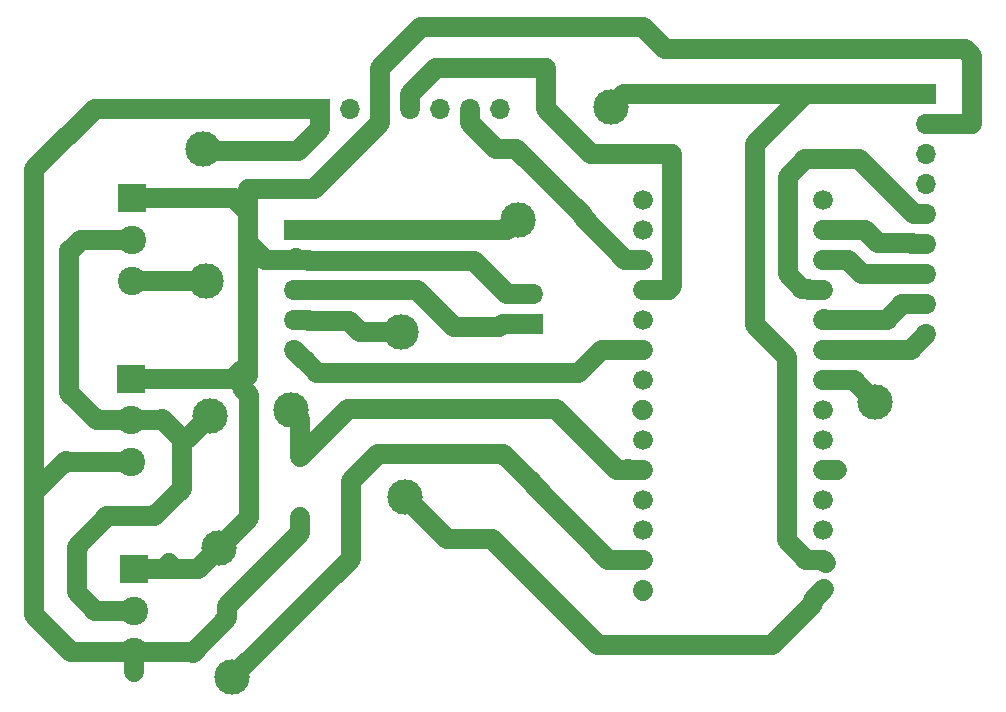
<source format=gbr>
G04 #@! TF.GenerationSoftware,KiCad,Pcbnew,5.0.2-bee76a0~70~ubuntu18.04.1*
G04 #@! TF.CreationDate,2019-11-02T18:35:41-04:00*
G04 #@! TF.ProjectId,ib4,6962342e-6b69-4636-9164-5f7063625858,rev?*
G04 #@! TF.SameCoordinates,Original*
G04 #@! TF.FileFunction,Copper,L4,Bot*
G04 #@! TF.FilePolarity,Positive*
%FSLAX46Y46*%
G04 Gerber Fmt 4.6, Leading zero omitted, Abs format (unit mm)*
G04 Created by KiCad (PCBNEW 5.0.2-bee76a0~70~ubuntu18.04.1) date Sat 02 Nov 2019 06:35:41 PM EDT*
%MOMM*%
%LPD*%
G01*
G04 APERTURE LIST*
G04 #@! TA.AperFunction,ComponentPad*
%ADD10C,1.676400*%
G04 #@! TD*
G04 #@! TA.AperFunction,ComponentPad*
%ADD11O,1.700000X1.700000*%
G04 #@! TD*
G04 #@! TA.AperFunction,ComponentPad*
%ADD12R,1.700000X1.700000*%
G04 #@! TD*
G04 #@! TA.AperFunction,ComponentPad*
%ADD13C,2.400000*%
G04 #@! TD*
G04 #@! TA.AperFunction,ComponentPad*
%ADD14R,2.400000X2.400000*%
G04 #@! TD*
G04 #@! TA.AperFunction,ComponentPad*
%ADD15C,1.600000*%
G04 #@! TD*
G04 #@! TA.AperFunction,ComponentPad*
%ADD16O,1.600000X1.600000*%
G04 #@! TD*
G04 #@! TA.AperFunction,ViaPad*
%ADD17C,3.000000*%
G04 #@! TD*
G04 #@! TA.AperFunction,Conductor*
%ADD18C,1.700000*%
G04 #@! TD*
G04 APERTURE END LIST*
D10*
G04 #@! TO.P,JP2,1*
G04 #@! TO.N,N/C*
X61764300Y17607900D03*
G04 #@! TO.P,JP2,2*
G04 #@! TO.N,GND*
X61764300Y20147900D03*
G04 #@! TO.P,JP2,3*
G04 #@! TO.N,N/C*
X61764300Y22687900D03*
G04 #@! TO.P,JP2,4*
X61764300Y25227900D03*
G04 #@! TO.P,JP2,5*
G04 #@! TO.N,D12*
X61764300Y27767900D03*
G04 #@! TO.P,JP2,6*
G04 #@! TO.N,N/C*
X61764300Y30307900D03*
G04 #@! TO.P,JP2,7*
X61764300Y32847900D03*
G04 #@! TO.P,JP2,8*
X61764300Y35387900D03*
G04 #@! TO.P,JP2,9*
X61764300Y37927900D03*
G04 #@! TO.P,JP2,10*
X61764300Y40467900D03*
G04 #@! TO.P,JP2,11*
G04 #@! TO.N,SCL*
X61764300Y43007900D03*
G04 #@! TO.P,JP2,12*
G04 #@! TO.N,SDA*
X61764300Y45547900D03*
G04 #@! TO.P,JP2,13*
G04 #@! TO.N,N/C*
X61764300Y48087900D03*
G04 #@! TO.P,JP2,14*
X61764300Y50627900D03*
G04 #@! TD*
G04 #@! TO.P,JP4,1*
G04 #@! TO.N,N/C*
X77004300Y50627900D03*
G04 #@! TO.P,JP4,2*
G04 #@! TO.N,MISO*
X77004300Y48087900D03*
G04 #@! TO.P,JP4,3*
G04 #@! TO.N,MOSI*
X77004300Y45547900D03*
G04 #@! TO.P,JP4,4*
G04 #@! TO.N,SCK*
X77004300Y43007900D03*
G04 #@! TO.P,JP4,5*
G04 #@! TO.N,LORA_CS*
X77004300Y40467900D03*
G04 #@! TO.P,JP4,6*
G04 #@! TO.N,LORA_RST*
X77004300Y37927900D03*
G04 #@! TO.P,JP4,7*
G04 #@! TO.N,N/C*
X77004300Y35387900D03*
G04 #@! TO.P,JP4,8*
X77004300Y32847900D03*
G04 #@! TO.P,JP4,9*
X77004300Y30307900D03*
G04 #@! TO.P,JP4,10*
X77004300Y27767900D03*
G04 #@! TO.P,JP4,11*
X77004300Y25227900D03*
G04 #@! TO.P,JP4,12*
X77004300Y22687900D03*
G04 #@! TO.P,JP4,13*
G04 #@! TO.N,+3V3*
X77004300Y20147900D03*
G04 #@! TO.P,JP4,14*
G04 #@! TO.N,TIMER*
X77004300Y17607900D03*
G04 #@! TD*
D11*
G04 #@! TO.P,J1,2*
G04 #@! TO.N,GND*
X52470500Y42673300D03*
D12*
G04 #@! TO.P,J1,1*
G04 #@! TO.N,Net-(J1-Pad1)*
X52470500Y40133300D03*
G04 #@! TD*
D13*
G04 #@! TO.P,J6,3*
G04 #@! TO.N,+3V3*
X18720500Y12333300D03*
G04 #@! TO.P,J6,2*
G04 #@! TO.N,D12*
X18720500Y15833300D03*
D14*
G04 #@! TO.P,J6,1*
G04 #@! TO.N,GND*
X18720500Y19333300D03*
G04 #@! TD*
G04 #@! TO.P,J7,1*
G04 #@! TO.N,GND*
X18420500Y35433300D03*
D13*
G04 #@! TO.P,J7,2*
G04 #@! TO.N,D12*
X18420500Y31933300D03*
G04 #@! TO.P,J7,3*
G04 #@! TO.N,+3V3*
X18420500Y28433300D03*
G04 #@! TD*
G04 #@! TO.P,J8,3*
G04 #@! TO.N,+3V3*
X18520500Y43733300D03*
G04 #@! TO.P,J8,2*
G04 #@! TO.N,D12*
X18520500Y47233300D03*
D14*
G04 #@! TO.P,J8,1*
G04 #@! TO.N,GND*
X18520500Y50733300D03*
G04 #@! TD*
D15*
G04 #@! TO.P,R3,1*
G04 #@! TO.N,+3V3*
X32720500Y23783300D03*
D16*
G04 #@! TO.P,R3,2*
G04 #@! TO.N,D12*
X32720500Y28863300D03*
G04 #@! TD*
D11*
G04 #@! TO.P,U2,5*
G04 #@! TO.N,N/C*
X32220500Y37873300D03*
G04 #@! TO.P,U2,4*
G04 #@! TO.N,TIMER*
X32220500Y40413300D03*
G04 #@! TO.P,U2,3*
G04 #@! TO.N,Net-(J1-Pad1)*
X32220500Y42953300D03*
G04 #@! TO.P,U2,2*
G04 #@! TO.N,GND*
X32220500Y45493300D03*
D12*
G04 #@! TO.P,U2,1*
G04 #@! TO.N,+3V3*
X32220500Y48033300D03*
G04 #@! TD*
D11*
G04 #@! TO.P,U3,9*
G04 #@! TO.N,LORA_RST*
X85770500Y39263300D03*
G04 #@! TO.P,U3,8*
G04 #@! TO.N,LORA_CS*
X85770500Y41803300D03*
G04 #@! TO.P,U3,7*
G04 #@! TO.N,MOSI*
X85770500Y44343300D03*
G04 #@! TO.P,U3,6*
G04 #@! TO.N,MISO*
X85770500Y46883300D03*
G04 #@! TO.P,U3,5*
G04 #@! TO.N,SCK*
X85770500Y49423300D03*
G04 #@! TO.P,U3,4*
G04 #@! TO.N,N/C*
X85770500Y51963300D03*
G04 #@! TO.P,U3,3*
X85770500Y54503300D03*
G04 #@! TO.P,U3,2*
G04 #@! TO.N,GND*
X85770500Y57043300D03*
D12*
G04 #@! TO.P,U3,1*
G04 #@! TO.N,+3V3*
X85770500Y59583300D03*
G04 #@! TD*
D11*
G04 #@! TO.P,U1,7*
G04 #@! TO.N,N/C*
X49710500Y58333300D03*
G04 #@! TO.P,U1,6*
G04 #@! TO.N,SDA*
X47170500Y58333300D03*
G04 #@! TO.P,U1,5*
G04 #@! TO.N,N/C*
X44630500Y58333300D03*
G04 #@! TO.P,U1,4*
G04 #@! TO.N,SCL*
X42090500Y58333300D03*
G04 #@! TO.P,U1,3*
G04 #@! TO.N,GND*
X39550500Y58333300D03*
G04 #@! TO.P,U1,2*
G04 #@! TO.N,N/C*
X37010500Y58333300D03*
D12*
G04 #@! TO.P,U1,1*
G04 #@! TO.N,+3V3*
X34470500Y58333300D03*
G04 #@! TD*
D17*
G04 #@! TO.N,*
X81420500Y33533300D03*
G04 #@! TO.N,GND*
X25870500Y21133300D03*
X26970500Y10183300D03*
G04 #@! TO.N,+3V3*
X24820500Y43733300D03*
X24570500Y54933300D03*
X59070500Y58433300D03*
X51170500Y48933300D03*
G04 #@! TO.N,D12*
X31970500Y32833300D03*
X25120500Y32283300D03*
G04 #@! TO.N,TIMER*
X41270500Y39433300D03*
X41670500Y25433300D03*
G04 #@! TD*
D18*
G04 #@! TO.N,*
X61700800Y32784400D02*
X61764300Y32847900D01*
X61764300Y17607900D02*
X61764300Y17477100D01*
X77004300Y27767900D02*
X78189693Y27767900D01*
X78189693Y27767900D02*
X78224293Y27733300D01*
X33130499Y37023301D02*
X33070499Y37023301D01*
X33070499Y37023301D02*
X32220500Y37873300D01*
X34220500Y35933300D02*
X33130499Y37023301D01*
X61764300Y37927900D02*
X58315100Y37927900D01*
X56320500Y35933300D02*
X34220500Y35933300D01*
X58315100Y37927900D02*
X56320500Y35933300D01*
X78194293Y35383300D02*
X78720500Y35383300D01*
X78720500Y35383300D02*
X78770500Y35333300D01*
X77004300Y35387900D02*
X78189693Y35387900D01*
X78189693Y35387900D02*
X78194293Y35383300D01*
X79620500Y35333300D02*
X81420500Y33533300D01*
X78770500Y35333300D02*
X79620500Y35333300D01*
X78194293Y35383300D02*
X78920500Y35383300D01*
G04 #@! TO.N,GND*
X29760500Y45493300D02*
X32220500Y45493300D01*
X28320500Y46933300D02*
X29760500Y45493300D01*
X32400500Y45673300D02*
X32220500Y45493300D01*
X27820500Y36233300D02*
X28320500Y35733300D01*
X28320500Y35733300D02*
X28320500Y51533300D01*
X18520500Y50733300D02*
X27120500Y50733300D01*
X27120500Y50733300D02*
X28320500Y49533300D01*
X28320500Y51533300D02*
X28320500Y49533300D01*
X28320500Y49533300D02*
X28320500Y46933300D01*
X27020500Y35433300D02*
X18420500Y35433300D01*
X27820500Y36233300D02*
X27020500Y35433300D01*
X21620500Y19333300D02*
X18720500Y19333300D01*
X27820500Y36233300D02*
X27820500Y34683300D01*
X27820500Y34683300D02*
X28420500Y34083300D01*
X28420500Y34083300D02*
X28420500Y26633300D01*
X21620500Y19833300D02*
X21620500Y19333300D01*
X28420500Y26633300D02*
X28420500Y23683300D01*
X28420500Y23683300D02*
X25870500Y21133300D01*
X24070500Y19333300D02*
X25870500Y21133300D01*
X21620500Y19333300D02*
X24070500Y19333300D01*
X85770500Y57043300D02*
X89630500Y57043300D01*
X37020500Y20233300D02*
X26970500Y10183300D01*
X33952581Y51533300D02*
X28320500Y51533300D01*
X39550500Y58333300D02*
X39550500Y57131219D01*
X39550500Y57131219D02*
X38911541Y56492259D01*
X38911541Y56492259D02*
X33952581Y51533300D01*
X39550500Y61813300D02*
X39550500Y58333300D01*
X89630500Y62823300D02*
X89070500Y63383300D01*
X63620500Y63383300D02*
X61770500Y65233300D01*
X89630500Y57043300D02*
X89630500Y62823300D01*
X89070500Y63383300D02*
X63620500Y63383300D01*
X61770500Y65233300D02*
X42970500Y65233300D01*
X42970500Y65233300D02*
X39550500Y61813300D01*
X61764300Y20147900D02*
X58855900Y20147900D01*
X58855900Y20147900D02*
X52470500Y26533300D01*
X52470500Y26533300D02*
X52470500Y26633300D01*
X52470500Y26633300D02*
X49970500Y29133300D01*
X49970500Y29133300D02*
X39370500Y29133300D01*
X37020500Y26783300D02*
X37020500Y20233300D01*
X39370500Y29133300D02*
X37020500Y26783300D01*
X33422581Y45493300D02*
X33482581Y45433300D01*
X32220500Y45493300D02*
X33422581Y45493300D01*
X33482581Y45433300D02*
X47470500Y45433300D01*
X50230500Y42673300D02*
X52470500Y42673300D01*
X47470500Y45433300D02*
X50230500Y42673300D01*
G04 #@! TO.N,MOSI*
X79105900Y45547900D02*
X77004300Y45547900D01*
X80320500Y44333300D02*
X79105900Y45547900D01*
X84558419Y44333300D02*
X80320500Y44333300D01*
X85770500Y44343300D02*
X84568419Y44343300D01*
X84568419Y44343300D02*
X84558419Y44333300D01*
G04 #@! TO.N,MISO*
X80565900Y48087900D02*
X77004300Y48087900D01*
X81720500Y46933300D02*
X80565900Y48087900D01*
X84518419Y46933300D02*
X81720500Y46933300D01*
X85770500Y46883300D02*
X84568419Y46883300D01*
X84568419Y46883300D02*
X84518419Y46933300D01*
G04 #@! TO.N,SCK*
X75818907Y43007900D02*
X77004300Y43007900D01*
X74020500Y44333300D02*
X75270500Y43083300D01*
X80055438Y54083300D02*
X75520500Y54083300D01*
X75270500Y43083300D02*
X75743507Y43083300D01*
X75520500Y54083300D02*
X74020500Y52583300D01*
X75743507Y43083300D02*
X75818907Y43007900D01*
X74020500Y52583300D02*
X74020500Y44333300D01*
X84715438Y49423300D02*
X80055438Y54083300D01*
X85770500Y49423300D02*
X84715438Y49423300D01*
G04 #@! TO.N,+3V3*
X77318900Y19833300D02*
X77004300Y20147900D01*
X18720500Y12333300D02*
X13320500Y12333300D01*
X13320500Y12333300D02*
X10220500Y15433300D01*
X10220500Y15433300D02*
X10220500Y25833300D01*
X10220500Y25833300D02*
X12920500Y28533300D01*
X13020500Y28433300D02*
X18420500Y28433300D01*
X12920500Y28533300D02*
X13020500Y28433300D01*
X10220500Y25833300D02*
X10220500Y52133300D01*
X10220500Y52133300D02*
X10220500Y53033300D01*
X10220500Y52133300D02*
X10220500Y53233300D01*
X10220500Y53233300D02*
X13020500Y56033300D01*
X18520500Y43733300D02*
X24820500Y43733300D01*
X32720500Y23783300D02*
X32720500Y22383300D01*
X32720500Y22383300D02*
X26570500Y16233300D01*
X26570500Y16233300D02*
X26570500Y15183300D01*
X26570500Y15183300D02*
X23670500Y12283300D01*
X23620500Y12333300D02*
X18720500Y12333300D01*
X23670500Y12283300D02*
X23620500Y12333300D01*
X75605900Y20147900D02*
X77004300Y20147900D01*
X73970500Y37333300D02*
X73970500Y21783300D01*
X71270500Y40033300D02*
X73970500Y37333300D01*
X73970500Y21783300D02*
X75605900Y20147900D01*
X71270500Y55333300D02*
X71270500Y40033300D01*
X75470500Y59533300D02*
X71270500Y55333300D01*
X18720500Y12333300D02*
X18720500Y10636244D01*
X83170500Y59533300D02*
X75470500Y59533300D01*
X85770500Y59583300D02*
X83220500Y59583300D01*
X83220500Y59583300D02*
X83170500Y59533300D01*
X34470500Y58333300D02*
X26920500Y58333300D01*
X32220500Y48033300D02*
X36746584Y48033300D01*
X34470500Y58333300D02*
X34470500Y56633300D01*
X34470500Y56633300D02*
X32570500Y54733300D01*
X13020500Y56033300D02*
X13070500Y56033300D01*
X15370500Y58333300D02*
X26920500Y58333300D01*
X13070500Y56033300D02*
X15370500Y58333300D01*
X32570500Y54733300D02*
X24770500Y54733300D01*
X24770500Y54733300D02*
X24570500Y54933300D01*
X75470500Y59533300D02*
X60170500Y59533300D01*
X60170500Y59533300D02*
X59070500Y58433300D01*
X36746584Y48033300D02*
X50270500Y48033300D01*
X50270500Y48033300D02*
X51170500Y48933300D01*
G04 #@! TO.N,Net-(J1-Pad1)*
X49920500Y40133300D02*
X49620500Y39833300D01*
X52470500Y40133300D02*
X49920500Y40133300D01*
X49620500Y39833300D02*
X45770500Y39833300D01*
X42650500Y42953300D02*
X32220500Y42953300D01*
X45770500Y39833300D02*
X42650500Y42953300D01*
G04 #@! TO.N,D12*
X61700800Y27704400D02*
X61764300Y27767900D01*
X18720500Y15833300D02*
X15420500Y15833300D01*
X15420500Y15833300D02*
X13820500Y17433300D01*
X13820500Y17433300D02*
X13820500Y21233300D01*
X13820500Y21233300D02*
X16420500Y23833300D01*
X16420500Y23833300D02*
X20420500Y23833300D01*
X20420500Y23833300D02*
X22720500Y26133300D01*
X22720500Y26133300D02*
X22720500Y30333300D01*
X22720500Y30333300D02*
X21020500Y32033300D01*
X20920500Y31933300D02*
X18420500Y31933300D01*
X21020500Y32033300D02*
X20920500Y31933300D01*
X14220500Y47233300D02*
X18520500Y47233300D01*
X13220500Y46333300D02*
X13320500Y46333300D01*
X13220500Y34233300D02*
X13220500Y46333300D01*
X18420500Y31933300D02*
X15520500Y31933300D01*
X13320500Y46333300D02*
X14220500Y47233300D01*
X15520500Y31933300D02*
X13220500Y34233300D01*
X22720500Y30333300D02*
X23170500Y30333300D01*
X23170500Y30333300D02*
X25120500Y32283300D01*
X32720500Y32083300D02*
X31970500Y32833300D01*
X32720500Y28863300D02*
X32720500Y32083300D01*
X60578907Y27767900D02*
X60513507Y27833300D01*
X61764300Y27767900D02*
X60578907Y27767900D01*
X32720500Y28863300D02*
X36790500Y32933300D01*
X36790500Y32933300D02*
X54420500Y32933300D01*
X59585900Y27767900D02*
X60578907Y27767900D01*
X54420500Y32933300D02*
X59585900Y27767900D01*
G04 #@! TO.N,TIMER*
X77067800Y17671400D02*
X77004300Y17607900D01*
X33422581Y40413300D02*
X33502581Y40333300D01*
X32220500Y40413300D02*
X33422581Y40413300D01*
X33502581Y40333300D02*
X36920500Y40333300D01*
X76166101Y16769701D02*
X76166101Y16428901D01*
X77004300Y17607900D02*
X76166101Y16769701D01*
X76166101Y16428901D02*
X72670500Y12933300D01*
X72670500Y12933300D02*
X57970500Y12933300D01*
X57970500Y12933300D02*
X48970500Y21933300D01*
X37820500Y39433300D02*
X41270500Y39433300D01*
X36920500Y40333300D02*
X37820500Y39433300D01*
X45170500Y21933300D02*
X41670500Y25433300D01*
X48970500Y21933300D02*
X45170500Y21933300D01*
G04 #@! TO.N,LORA_RST*
X84435100Y37927900D02*
X77004300Y37927900D01*
X85770500Y39263300D02*
X84435100Y37927900D01*
G04 #@! TO.N,LORA_CS*
X77095800Y40559400D02*
X77004300Y40467900D01*
X77004300Y40467900D02*
X82405100Y40467900D01*
X82405100Y40467900D02*
X83740500Y41803300D01*
X83740500Y41803300D02*
X85770500Y41803300D01*
G04 #@! TO.N,SDA*
X47170500Y57131219D02*
X47270500Y57031219D01*
X47170500Y58333300D02*
X47170500Y57131219D01*
X60578907Y45547900D02*
X60564307Y45533300D01*
X61764300Y45547900D02*
X60578907Y45547900D01*
X60564307Y45533300D02*
X60270500Y45533300D01*
X60270500Y45533300D02*
X56670500Y49133300D01*
X56670500Y49133300D02*
X56670500Y49333300D01*
X56670500Y49333300D02*
X51070500Y54933300D01*
X49368419Y54933300D02*
X47170500Y57131219D01*
X51070500Y54933300D02*
X49368419Y54933300D01*
G04 #@! TO.N,SCL*
X42090500Y59535381D02*
X44288419Y61733300D01*
X42090500Y58333300D02*
X42090500Y59535381D01*
X64270500Y54533300D02*
X64270500Y43333300D01*
X63945100Y43007900D02*
X61764300Y43007900D01*
X64270500Y43333300D02*
X63945100Y43007900D01*
X64270500Y54533300D02*
X57370500Y54533300D01*
X53570500Y58333300D02*
X53570500Y61733300D01*
X57370500Y54533300D02*
X53570500Y58333300D01*
X44288419Y61733300D02*
X53570500Y61733300D01*
G04 #@! TD*
M02*

</source>
